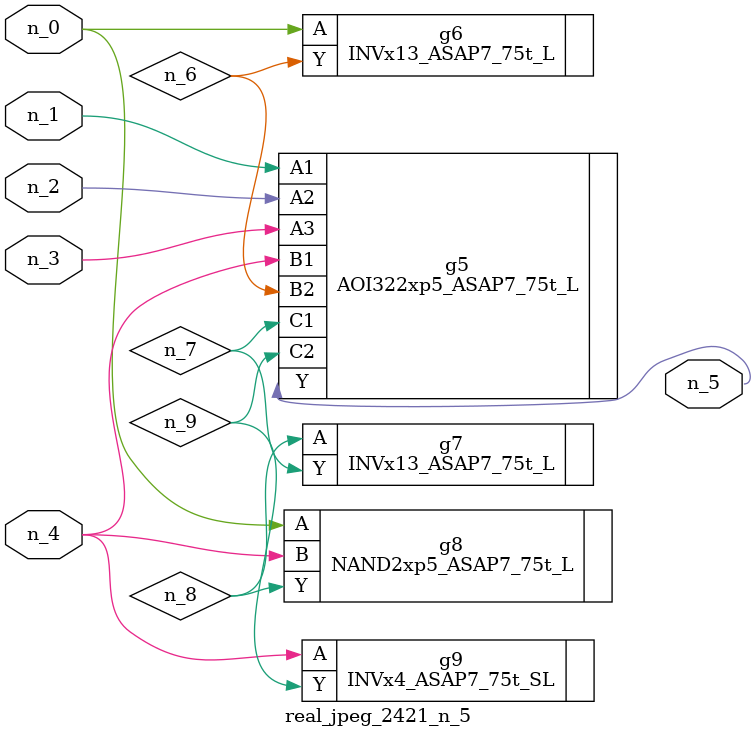
<source format=v>
module real_jpeg_2421_n_5 (n_4, n_0, n_1, n_2, n_3, n_5);

input n_4;
input n_0;
input n_1;
input n_2;
input n_3;

output n_5;

wire n_8;
wire n_6;
wire n_7;
wire n_9;

INVx13_ASAP7_75t_L g6 ( 
.A(n_0),
.Y(n_6)
);

NAND2xp5_ASAP7_75t_L g8 ( 
.A(n_0),
.B(n_4),
.Y(n_8)
);

AOI322xp5_ASAP7_75t_L g5 ( 
.A1(n_1),
.A2(n_2),
.A3(n_3),
.B1(n_4),
.B2(n_6),
.C1(n_7),
.C2(n_9),
.Y(n_5)
);

INVx4_ASAP7_75t_SL g9 ( 
.A(n_4),
.Y(n_9)
);

INVx13_ASAP7_75t_L g7 ( 
.A(n_8),
.Y(n_7)
);


endmodule
</source>
